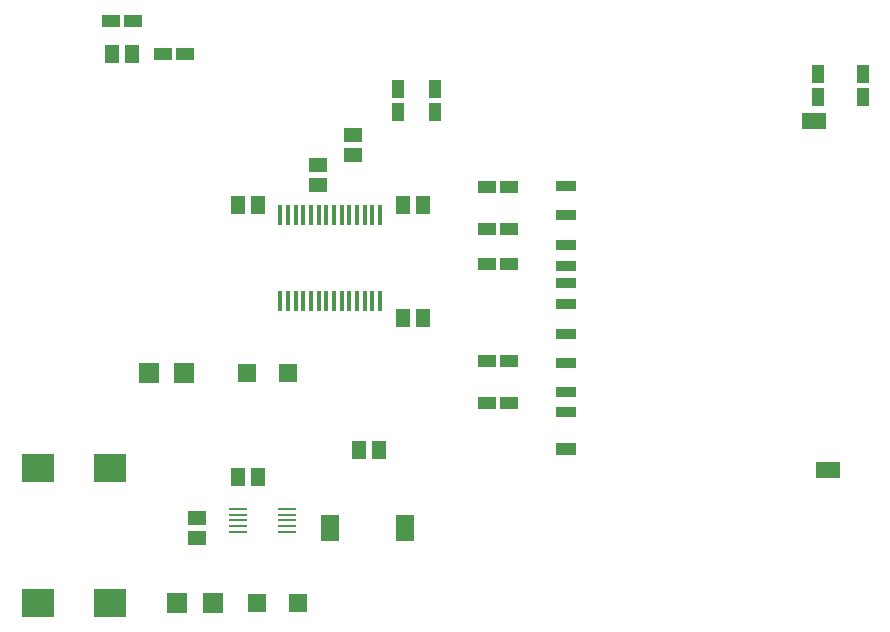
<source format=gtp>
G75*
%MOIN*%
%OFA0B0*%
%FSLAX24Y24*%
%IPPOS*%
%LPD*%
%AMOC8*
5,1,8,0,0,1.08239X$1,22.5*
%
%ADD10R,0.0512X0.0591*%
%ADD11R,0.0591X0.0512*%
%ADD12R,0.0591X0.0866*%
%ADD13R,0.0591X0.0591*%
%ADD14R,0.0709X0.0709*%
%ADD15R,0.0591X0.0394*%
%ADD16R,0.0394X0.0591*%
%ADD17R,0.0170X0.0660*%
%ADD18R,0.0620X0.0110*%
%ADD19R,0.0709X0.0354*%
%ADD20R,0.0787X0.0551*%
%ADD21R,0.0709X0.0433*%
%ADD22R,0.1102X0.0945*%
D10*
X008774Y006050D03*
X009443Y006050D03*
X012824Y006950D03*
X013493Y006950D03*
X014274Y011350D03*
X014943Y011350D03*
X014943Y015100D03*
X014274Y015100D03*
X009443Y015100D03*
X008774Y015100D03*
X005243Y020150D03*
X004574Y020150D03*
D11*
X011459Y016435D03*
X011459Y015765D03*
X012609Y016765D03*
X012609Y017435D03*
X007409Y004685D03*
X007409Y004015D03*
D12*
X011868Y004350D03*
X014349Y004350D03*
D13*
X010797Y001850D03*
X009420Y001850D03*
X009070Y009500D03*
X010447Y009500D03*
D14*
X006999Y009500D03*
X005818Y009500D03*
X006768Y001850D03*
X007949Y001850D03*
D15*
X017088Y008500D03*
X017829Y008500D03*
X017829Y009900D03*
X017088Y009900D03*
X017088Y013150D03*
X017829Y013150D03*
X017829Y014300D03*
X017088Y014300D03*
X017088Y015700D03*
X017829Y015700D03*
X007029Y020150D03*
X006288Y020150D03*
X005279Y021250D03*
X004538Y021250D03*
D16*
X014109Y018970D03*
X014109Y018230D03*
X015359Y018230D03*
X015359Y018970D03*
X028109Y018730D03*
X028109Y019470D03*
X029609Y019470D03*
X029609Y018730D03*
D17*
X013522Y014774D03*
X013266Y014774D03*
X013010Y014774D03*
X012754Y014774D03*
X012498Y014774D03*
X012242Y014774D03*
X011986Y014774D03*
X011731Y014774D03*
X011475Y014774D03*
X011219Y014774D03*
X010963Y014774D03*
X010707Y014774D03*
X010451Y014774D03*
X010195Y014774D03*
X010195Y011926D03*
X010451Y011926D03*
X010707Y011926D03*
X010963Y011926D03*
X011219Y011926D03*
X011475Y011926D03*
X011731Y011926D03*
X011986Y011926D03*
X012242Y011926D03*
X012498Y011926D03*
X012754Y011926D03*
X013010Y011926D03*
X013266Y011926D03*
X013522Y011926D03*
D18*
X010434Y004994D03*
X010434Y004797D03*
X010434Y004600D03*
X010434Y004403D03*
X010434Y004206D03*
X008784Y004206D03*
X008784Y004403D03*
X008784Y004600D03*
X008784Y004797D03*
X008784Y004994D03*
D19*
X019715Y008222D03*
X019715Y008891D03*
X019715Y009844D03*
X019715Y010828D03*
X019715Y011813D03*
X019715Y012502D03*
X019715Y013092D03*
X019715Y013781D03*
X019715Y014765D03*
X019715Y015750D03*
D20*
X027983Y017907D03*
X028435Y006293D03*
D21*
X019715Y006982D03*
D22*
X002109Y001856D03*
X004510Y001856D03*
X004510Y006344D03*
X002109Y006344D03*
M02*

</source>
